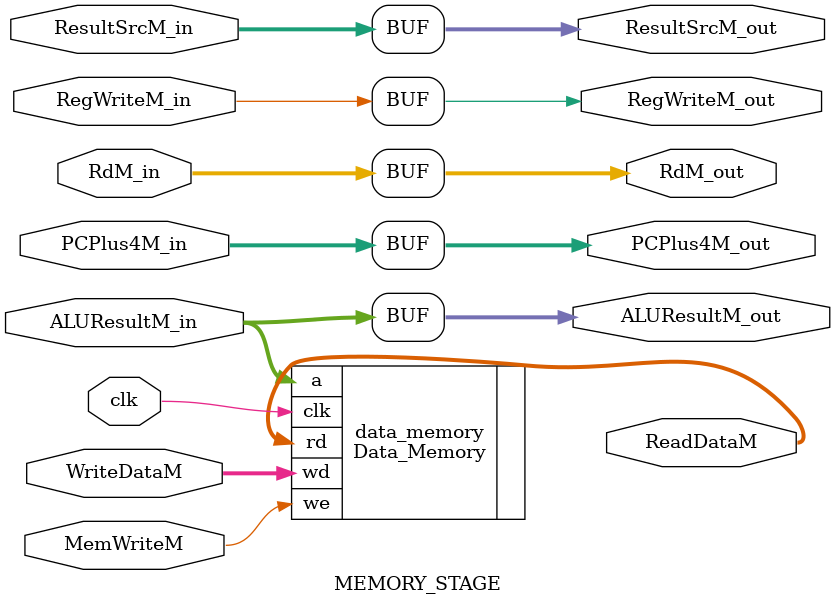
<source format=v>
module MEMORY_STAGE (RegWriteM_in, ResultSrcM_in ,MemWriteM, ALUResultM_in, WriteDataM, RdM_in, PCPlus4M_in, 
                     RegWriteM_out, ResultSrcM_out, ALUResultM_out, ReadDataM, RdM_out, PCPlus4M_out, 
                     clk);
   //Input Ports
    input wire MemWriteM, RegWriteM_in, clk;
    input wire [1:0] ResultSrcM_in;
    input wire [4:0] RdM_in;
    input wire [31:0] ALUResultM_in, WriteDataM, PCPlus4M_in;

    //output ports
    output wire RegWriteM_out;
    output wire [1:0] ResultSrcM_out;
    output wire [4:0] RdM_out;
    output wire [31:0] ALUResultM_out, ReadDataM, PCPlus4M_out;
    
    //Blocks Instantiation
    Data_Memory data_memory (
        .clk(clk),
        .we(MemWriteM),
        .a(ALUResultM_in),
        .wd(WriteDataM),
        .rd(ReadDataM)
    );
    
    assign RegWriteM_out = RegWriteM_in;
    assign ResultSrcM_out = ResultSrcM_in;
    assign ALUResultM_out = ALUResultM_in;
    assign RdM_out = RdM_in;
    assign PCPlus4M_out = PCPlus4M_in;

endmodule
</source>
